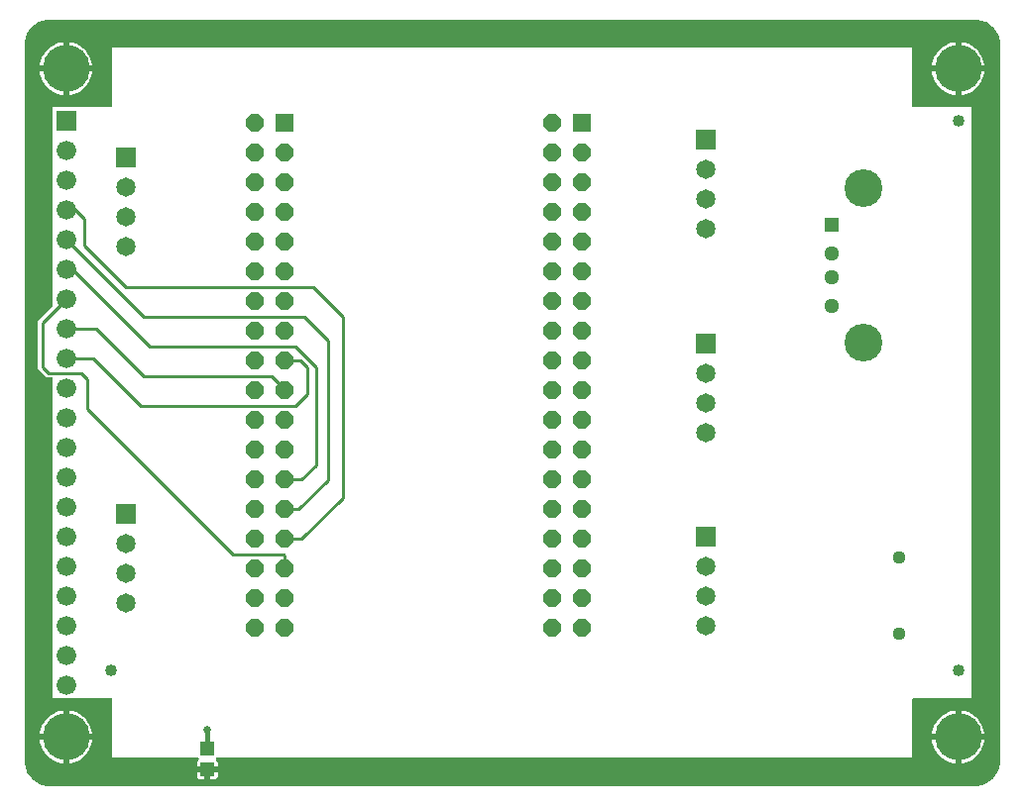
<source format=gbr>
G04 EAGLE Gerber RS-274X export*
G75*
%MOMM*%
%FSLAX34Y34*%
%LPD*%
%INTop Copper*%
%IPPOS*%
%AMOC8*
5,1,8,0,0,1.08239X$1,22.5*%
G01*
%ADD10R,1.524000X1.524000*%
%ADD11P,1.649562X8X292.500000*%
%ADD12C,1.120000*%
%ADD13R,1.651000X1.651000*%
%ADD14C,1.651000*%
%ADD15R,1.676400X1.676400*%
%ADD16C,1.676400*%
%ADD17C,4.016000*%
%ADD18R,1.288000X1.288000*%
%ADD19C,1.288000*%
%ADD20C,3.220000*%
%ADD21C,1.016000*%
%ADD22R,1.270000X1.143000*%
%ADD23C,0.381000*%
%ADD24C,0.654800*%
%ADD25C,0.254000*%

G36*
X835654Y633657D02*
X835654Y633657D01*
X835656Y633700D01*
X835634Y633814D01*
X835619Y633929D01*
X835603Y633969D01*
X835595Y634013D01*
X835568Y634069D01*
X835654Y635056D01*
X835654Y635077D01*
X835659Y635166D01*
X835659Y636415D01*
X835664Y636432D01*
X835670Y636532D01*
X835673Y636552D01*
X835672Y636565D01*
X835674Y636593D01*
X835674Y638755D01*
X835663Y638840D01*
X835662Y638925D01*
X835635Y639060D01*
X835634Y639070D01*
X835632Y639074D01*
X835631Y639083D01*
X833866Y645670D01*
X833812Y645801D01*
X833763Y645932D01*
X833750Y645954D01*
X833745Y645965D01*
X833734Y645981D01*
X833679Y646070D01*
X829768Y651656D01*
X829673Y651760D01*
X829582Y651867D01*
X829562Y651883D01*
X829554Y651892D01*
X829538Y651903D01*
X829456Y651968D01*
X823870Y655879D01*
X823745Y655945D01*
X823623Y656014D01*
X823599Y656022D01*
X823589Y656028D01*
X823569Y656032D01*
X823470Y656066D01*
X816883Y657831D01*
X816798Y657842D01*
X816715Y657864D01*
X816579Y657872D01*
X816568Y657874D01*
X816564Y657873D01*
X816555Y657874D01*
X814393Y657874D01*
X814294Y657861D01*
X814225Y657859D01*
X812966Y657859D01*
X812945Y657857D01*
X812856Y657854D01*
X811882Y657769D01*
X811882Y657770D01*
X811770Y657798D01*
X811660Y657835D01*
X811616Y657838D01*
X811574Y657849D01*
X811413Y657859D01*
X26787Y657859D01*
X26743Y657854D01*
X26700Y657856D01*
X26586Y657834D01*
X26471Y657819D01*
X26431Y657803D01*
X26387Y657795D01*
X26331Y657768D01*
X25344Y657854D01*
X25323Y657854D01*
X25234Y657859D01*
X23985Y657859D01*
X23968Y657864D01*
X23868Y657870D01*
X23848Y657873D01*
X23835Y657872D01*
X23807Y657874D01*
X21645Y657874D01*
X21560Y657863D01*
X21475Y657862D01*
X21340Y657835D01*
X21330Y657834D01*
X21326Y657832D01*
X21317Y657831D01*
X14730Y656066D01*
X14599Y656012D01*
X14468Y655963D01*
X14446Y655950D01*
X14435Y655945D01*
X14419Y655934D01*
X14330Y655879D01*
X8744Y651968D01*
X8640Y651873D01*
X8533Y651782D01*
X8517Y651762D01*
X8508Y651754D01*
X8497Y651738D01*
X8432Y651656D01*
X4521Y646070D01*
X4455Y645945D01*
X4386Y645823D01*
X4378Y645799D01*
X4372Y645789D01*
X4368Y645769D01*
X4334Y645670D01*
X2569Y639083D01*
X2558Y638998D01*
X2536Y638915D01*
X2528Y638779D01*
X2526Y638768D01*
X2527Y638764D01*
X2526Y638755D01*
X2526Y636593D01*
X2539Y636494D01*
X2541Y636425D01*
X2541Y635166D01*
X2543Y635145D01*
X2546Y635056D01*
X2631Y634082D01*
X2630Y634082D01*
X2602Y633970D01*
X2565Y633860D01*
X2562Y633816D01*
X2551Y633774D01*
X2541Y633613D01*
X2541Y26787D01*
X2546Y26743D01*
X2544Y26700D01*
X2566Y26586D01*
X2581Y26471D01*
X2597Y26431D01*
X2605Y26387D01*
X2632Y26331D01*
X2546Y25344D01*
X2546Y25323D01*
X2541Y25234D01*
X2541Y23985D01*
X2536Y23968D01*
X2530Y23868D01*
X2527Y23848D01*
X2528Y23835D01*
X2526Y23807D01*
X2526Y21645D01*
X2537Y21560D01*
X2538Y21475D01*
X2565Y21340D01*
X2566Y21330D01*
X2568Y21326D01*
X2569Y21317D01*
X4334Y14730D01*
X4388Y14599D01*
X4437Y14468D01*
X4450Y14446D01*
X4455Y14435D01*
X4466Y14419D01*
X4521Y14330D01*
X8432Y8744D01*
X8527Y8640D01*
X8618Y8533D01*
X8638Y8517D01*
X8646Y8508D01*
X8662Y8497D01*
X8744Y8432D01*
X14330Y4521D01*
X14455Y4455D01*
X14577Y4386D01*
X14601Y4378D01*
X14611Y4372D01*
X14631Y4368D01*
X14730Y4334D01*
X21317Y2569D01*
X21402Y2558D01*
X21485Y2536D01*
X21621Y2528D01*
X21632Y2526D01*
X21636Y2527D01*
X21645Y2526D01*
X23807Y2526D01*
X23906Y2539D01*
X23970Y2541D01*
X25234Y2541D01*
X25255Y2543D01*
X25344Y2546D01*
X26318Y2631D01*
X26318Y2630D01*
X26430Y2602D01*
X26540Y2565D01*
X26584Y2562D01*
X26626Y2551D01*
X26787Y2541D01*
X811413Y2541D01*
X811457Y2546D01*
X811500Y2544D01*
X811614Y2566D01*
X811729Y2581D01*
X811769Y2597D01*
X811813Y2605D01*
X811869Y2632D01*
X812856Y2546D01*
X812877Y2546D01*
X812966Y2541D01*
X814215Y2541D01*
X814232Y2536D01*
X814331Y2530D01*
X814351Y2527D01*
X814364Y2528D01*
X814393Y2526D01*
X816555Y2526D01*
X816640Y2537D01*
X816725Y2538D01*
X816860Y2565D01*
X816870Y2566D01*
X816874Y2568D01*
X816883Y2569D01*
X823470Y4334D01*
X823601Y4388D01*
X823732Y4437D01*
X823754Y4450D01*
X823765Y4455D01*
X823781Y4466D01*
X823870Y4521D01*
X829456Y8432D01*
X829560Y8527D01*
X829667Y8618D01*
X829683Y8638D01*
X829692Y8646D01*
X829703Y8662D01*
X829768Y8744D01*
X833679Y14330D01*
X833745Y14454D01*
X833814Y14577D01*
X833822Y14602D01*
X833828Y14611D01*
X833832Y14630D01*
X833866Y14730D01*
X835631Y21317D01*
X835642Y21402D01*
X835664Y21484D01*
X835672Y21621D01*
X835674Y21632D01*
X835673Y21636D01*
X835674Y21645D01*
X835674Y23807D01*
X835661Y23906D01*
X835659Y23975D01*
X835659Y25234D01*
X835657Y25255D01*
X835654Y25344D01*
X835569Y26318D01*
X835570Y26318D01*
X835598Y26430D01*
X835635Y26540D01*
X835638Y26584D01*
X835649Y26626D01*
X835659Y26787D01*
X835659Y633613D01*
X835654Y633657D01*
G37*
%LPC*%
G36*
X26654Y350638D02*
X26654Y350638D01*
X26647Y350757D01*
X26634Y350795D01*
X26629Y350836D01*
X26586Y350946D01*
X26549Y351059D01*
X26527Y351094D01*
X26512Y351131D01*
X26443Y351227D01*
X26379Y351328D01*
X26349Y351356D01*
X26326Y351389D01*
X26234Y351465D01*
X26147Y351546D01*
X26112Y351566D01*
X26081Y351591D01*
X25973Y351642D01*
X25869Y351700D01*
X25829Y351710D01*
X25793Y351727D01*
X25676Y351749D01*
X25561Y351779D01*
X25501Y351783D01*
X25481Y351787D01*
X25460Y351785D01*
X25400Y351789D01*
X21282Y351789D01*
X13969Y359102D01*
X13969Y400358D01*
X26298Y412687D01*
X26358Y412765D01*
X26426Y412837D01*
X26455Y412890D01*
X26492Y412938D01*
X26532Y413029D01*
X26580Y413116D01*
X26595Y413174D01*
X26619Y413230D01*
X26634Y413328D01*
X26659Y413423D01*
X26665Y413524D01*
X26669Y413544D01*
X26667Y413556D01*
X26669Y413584D01*
X26669Y582931D01*
X76200Y582931D01*
X76318Y582946D01*
X76437Y582953D01*
X76475Y582966D01*
X76516Y582971D01*
X76626Y583014D01*
X76739Y583051D01*
X76774Y583073D01*
X76811Y583088D01*
X76907Y583158D01*
X77008Y583221D01*
X77036Y583251D01*
X77069Y583274D01*
X77145Y583366D01*
X77226Y583453D01*
X77246Y583488D01*
X77271Y583519D01*
X77322Y583627D01*
X77380Y583731D01*
X77390Y583771D01*
X77407Y583807D01*
X77429Y583924D01*
X77459Y584039D01*
X77463Y584100D01*
X77467Y584120D01*
X77465Y584140D01*
X77469Y584200D01*
X77469Y633731D01*
X760731Y633731D01*
X760731Y584200D01*
X760746Y584082D01*
X760753Y583963D01*
X760766Y583925D01*
X760771Y583884D01*
X760814Y583774D01*
X760851Y583661D01*
X760873Y583626D01*
X760888Y583589D01*
X760958Y583493D01*
X761021Y583392D01*
X761051Y583364D01*
X761074Y583331D01*
X761166Y583256D01*
X761253Y583174D01*
X761288Y583154D01*
X761319Y583129D01*
X761427Y583078D01*
X761531Y583020D01*
X761571Y583010D01*
X761607Y582993D01*
X761724Y582971D01*
X761839Y582941D01*
X761900Y582937D01*
X761920Y582933D01*
X761940Y582935D01*
X762000Y582931D01*
X811531Y582931D01*
X811531Y77469D01*
X762000Y77469D01*
X761882Y77454D01*
X761763Y77447D01*
X761725Y77434D01*
X761684Y77429D01*
X761574Y77386D01*
X761461Y77349D01*
X761426Y77327D01*
X761389Y77312D01*
X761293Y77243D01*
X761192Y77179D01*
X761164Y77149D01*
X761131Y77126D01*
X761056Y77034D01*
X760974Y76947D01*
X760954Y76912D01*
X760929Y76881D01*
X760878Y76773D01*
X760820Y76669D01*
X760810Y76629D01*
X760793Y76593D01*
X760771Y76476D01*
X760741Y76361D01*
X760737Y76301D01*
X760733Y76281D01*
X760735Y76260D01*
X760731Y76200D01*
X760731Y26669D01*
X167313Y26669D01*
X167215Y26657D01*
X167115Y26654D01*
X167057Y26637D01*
X166998Y26629D01*
X166905Y26593D01*
X166810Y26565D01*
X166758Y26535D01*
X166702Y26512D01*
X166622Y26454D01*
X166536Y26404D01*
X166461Y26338D01*
X166445Y26326D01*
X166437Y26316D01*
X166415Y26297D01*
X166381Y26263D01*
X166304Y26164D01*
X166222Y26069D01*
X166215Y26054D01*
X166214Y26053D01*
X166212Y26047D01*
X166207Y26039D01*
X166187Y26012D01*
X166137Y25897D01*
X166081Y25784D01*
X166074Y25751D01*
X166060Y25720D01*
X166041Y25596D01*
X166015Y25473D01*
X166016Y25439D01*
X166011Y25406D01*
X166022Y25281D01*
X166028Y25156D01*
X166037Y25123D01*
X166041Y25089D01*
X166083Y24971D01*
X166119Y24851D01*
X166137Y24822D01*
X166148Y24790D01*
X166219Y24686D01*
X166284Y24579D01*
X166308Y24555D01*
X166327Y24527D01*
X166421Y24444D01*
X166511Y24356D01*
X166552Y24329D01*
X166566Y24317D01*
X166585Y24307D01*
X166645Y24267D01*
X166660Y24258D01*
X167133Y23785D01*
X167468Y23206D01*
X167641Y22559D01*
X167641Y19049D01*
X160020Y19049D01*
X159902Y19034D01*
X159783Y19027D01*
X159745Y19014D01*
X159705Y19009D01*
X159594Y18965D01*
X159481Y18929D01*
X159446Y18907D01*
X159409Y18892D01*
X159313Y18822D01*
X159212Y18759D01*
X159184Y18729D01*
X159152Y18705D01*
X159076Y18614D01*
X158994Y18527D01*
X158975Y18492D01*
X158949Y18460D01*
X158898Y18353D01*
X158841Y18249D01*
X158830Y18209D01*
X158813Y18173D01*
X158791Y18056D01*
X158761Y17941D01*
X158757Y17880D01*
X158753Y17860D01*
X158754Y17843D01*
X158753Y17838D01*
X158754Y17829D01*
X158751Y17780D01*
X158751Y16509D01*
X158749Y16509D01*
X158749Y17780D01*
X158734Y17898D01*
X158727Y18017D01*
X158714Y18055D01*
X158709Y18095D01*
X158665Y18206D01*
X158629Y18319D01*
X158607Y18354D01*
X158592Y18391D01*
X158522Y18487D01*
X158459Y18588D01*
X158429Y18616D01*
X158405Y18648D01*
X158314Y18724D01*
X158227Y18806D01*
X158192Y18825D01*
X158160Y18851D01*
X158053Y18902D01*
X157949Y18959D01*
X157909Y18970D01*
X157873Y18987D01*
X157756Y19009D01*
X157641Y19039D01*
X157580Y19043D01*
X157560Y19047D01*
X157540Y19045D01*
X157480Y19049D01*
X149859Y19049D01*
X149859Y22559D01*
X150032Y23206D01*
X150367Y23785D01*
X150840Y24258D01*
X150855Y24267D01*
X150955Y24343D01*
X151059Y24413D01*
X151082Y24439D01*
X151109Y24459D01*
X151187Y24557D01*
X151270Y24651D01*
X151285Y24682D01*
X151306Y24708D01*
X151357Y24823D01*
X151414Y24935D01*
X151422Y24968D01*
X151436Y24999D01*
X151457Y25122D01*
X151484Y25245D01*
X151483Y25279D01*
X151489Y25312D01*
X151478Y25437D01*
X151475Y25563D01*
X151465Y25595D01*
X151462Y25629D01*
X151421Y25748D01*
X151386Y25868D01*
X151369Y25898D01*
X151358Y25930D01*
X151289Y26034D01*
X151225Y26142D01*
X151197Y26174D01*
X151193Y26181D01*
X151189Y26185D01*
X151182Y26195D01*
X151166Y26209D01*
X151119Y26263D01*
X151085Y26297D01*
X151006Y26358D01*
X150934Y26426D01*
X150881Y26455D01*
X150834Y26492D01*
X150742Y26532D01*
X150655Y26580D01*
X150597Y26595D01*
X150542Y26619D01*
X150444Y26634D01*
X150348Y26659D01*
X150248Y26665D01*
X150228Y26669D01*
X150215Y26667D01*
X150187Y26669D01*
X77469Y26669D01*
X77469Y76200D01*
X77454Y76318D01*
X77447Y76437D01*
X77434Y76475D01*
X77429Y76516D01*
X77386Y76626D01*
X77349Y76739D01*
X77327Y76774D01*
X77312Y76811D01*
X77243Y76907D01*
X77179Y77008D01*
X77149Y77036D01*
X77126Y77069D01*
X77034Y77145D01*
X76947Y77226D01*
X76912Y77246D01*
X76881Y77271D01*
X76773Y77322D01*
X76669Y77380D01*
X76629Y77390D01*
X76593Y77407D01*
X76476Y77429D01*
X76361Y77459D01*
X76301Y77463D01*
X76281Y77467D01*
X76260Y77465D01*
X76200Y77469D01*
X26669Y77469D01*
X26669Y350520D01*
X26654Y350638D01*
G37*
%LPD*%
%LPC*%
G36*
X802639Y618489D02*
X802639Y618489D01*
X802639Y638428D01*
X803895Y638286D01*
X806372Y637721D01*
X808770Y636882D01*
X811059Y635779D01*
X813211Y634428D01*
X815197Y632844D01*
X816994Y631047D01*
X818578Y629061D01*
X819929Y626909D01*
X821032Y624620D01*
X821871Y622222D01*
X822436Y619745D01*
X822578Y618489D01*
X802639Y618489D01*
G37*
%LPD*%
%LPC*%
G36*
X802639Y46989D02*
X802639Y46989D01*
X802639Y66928D01*
X803895Y66786D01*
X806372Y66221D01*
X808770Y65382D01*
X811059Y64279D01*
X813211Y62928D01*
X815197Y61344D01*
X816994Y59547D01*
X818578Y57561D01*
X819929Y55409D01*
X821032Y53120D01*
X821871Y50722D01*
X822436Y48245D01*
X822578Y46989D01*
X802639Y46989D01*
G37*
%LPD*%
%LPC*%
G36*
X40639Y46989D02*
X40639Y46989D01*
X40639Y66928D01*
X41895Y66786D01*
X44372Y66221D01*
X46770Y65382D01*
X49059Y64279D01*
X51211Y62928D01*
X53197Y61344D01*
X54994Y59547D01*
X56578Y57561D01*
X57929Y55409D01*
X59032Y53120D01*
X59871Y50722D01*
X60436Y48245D01*
X60578Y46989D01*
X40639Y46989D01*
G37*
%LPD*%
%LPC*%
G36*
X40639Y618489D02*
X40639Y618489D01*
X40639Y638428D01*
X41895Y638286D01*
X44372Y637721D01*
X46770Y636882D01*
X49059Y635779D01*
X51211Y634428D01*
X53197Y632844D01*
X54994Y631047D01*
X56578Y629061D01*
X57929Y626909D01*
X59032Y624620D01*
X59871Y622222D01*
X60436Y619745D01*
X60578Y618489D01*
X40639Y618489D01*
G37*
%LPD*%
%LPC*%
G36*
X15622Y618489D02*
X15622Y618489D01*
X15764Y619745D01*
X16329Y622222D01*
X17168Y624620D01*
X18271Y626909D01*
X19622Y629061D01*
X21206Y631047D01*
X23003Y632844D01*
X24989Y634428D01*
X27141Y635779D01*
X29430Y636882D01*
X31828Y637721D01*
X34305Y638286D01*
X35561Y638428D01*
X35561Y618489D01*
X15622Y618489D01*
G37*
%LPD*%
%LPC*%
G36*
X777622Y46989D02*
X777622Y46989D01*
X777764Y48245D01*
X778329Y50722D01*
X779168Y53120D01*
X780271Y55409D01*
X781622Y57561D01*
X783206Y59547D01*
X785003Y61344D01*
X786989Y62928D01*
X789141Y64279D01*
X791430Y65382D01*
X793828Y66221D01*
X796305Y66786D01*
X797561Y66928D01*
X797561Y46989D01*
X777622Y46989D01*
G37*
%LPD*%
%LPC*%
G36*
X40639Y41911D02*
X40639Y41911D01*
X60578Y41911D01*
X60436Y40655D01*
X59871Y38178D01*
X59032Y35780D01*
X57929Y33491D01*
X56578Y31339D01*
X54994Y29353D01*
X53197Y27556D01*
X51211Y25972D01*
X49059Y24621D01*
X46770Y23518D01*
X44372Y22679D01*
X41895Y22114D01*
X40639Y21972D01*
X40639Y41911D01*
G37*
%LPD*%
%LPC*%
G36*
X15622Y46989D02*
X15622Y46989D01*
X15764Y48245D01*
X16329Y50722D01*
X17168Y53120D01*
X18271Y55409D01*
X19622Y57561D01*
X21206Y59547D01*
X23003Y61344D01*
X24989Y62928D01*
X27141Y64279D01*
X29430Y65382D01*
X31828Y66221D01*
X34305Y66786D01*
X35561Y66928D01*
X35561Y46989D01*
X15622Y46989D01*
G37*
%LPD*%
%LPC*%
G36*
X40639Y613411D02*
X40639Y613411D01*
X60578Y613411D01*
X60436Y612155D01*
X59871Y609678D01*
X59032Y607280D01*
X57929Y604991D01*
X56578Y602839D01*
X54994Y600853D01*
X53197Y599056D01*
X51211Y597472D01*
X49059Y596121D01*
X46770Y595018D01*
X44372Y594179D01*
X41895Y593614D01*
X40639Y593472D01*
X40639Y613411D01*
G37*
%LPD*%
%LPC*%
G36*
X802639Y613411D02*
X802639Y613411D01*
X822578Y613411D01*
X822436Y612155D01*
X821871Y609678D01*
X821032Y607280D01*
X819929Y604991D01*
X818578Y602839D01*
X816994Y600853D01*
X815197Y599056D01*
X813211Y597472D01*
X811059Y596121D01*
X808770Y595018D01*
X806372Y594179D01*
X803895Y593614D01*
X802639Y593472D01*
X802639Y613411D01*
G37*
%LPD*%
%LPC*%
G36*
X777622Y618489D02*
X777622Y618489D01*
X777764Y619745D01*
X778329Y622222D01*
X779168Y624620D01*
X780271Y626909D01*
X781622Y629061D01*
X783206Y631047D01*
X785003Y632844D01*
X786989Y634428D01*
X789141Y635779D01*
X791430Y636882D01*
X793828Y637721D01*
X796305Y638286D01*
X797561Y638428D01*
X797561Y618489D01*
X777622Y618489D01*
G37*
%LPD*%
%LPC*%
G36*
X802639Y41911D02*
X802639Y41911D01*
X822578Y41911D01*
X822436Y40655D01*
X821871Y38178D01*
X821032Y35780D01*
X819929Y33491D01*
X818578Y31339D01*
X816994Y29353D01*
X815197Y27556D01*
X813211Y25972D01*
X811059Y24621D01*
X808770Y23518D01*
X806372Y22679D01*
X803895Y22114D01*
X802639Y21972D01*
X802639Y41911D01*
G37*
%LPD*%
%LPC*%
G36*
X34305Y593614D02*
X34305Y593614D01*
X31828Y594179D01*
X29430Y595018D01*
X27141Y596121D01*
X24989Y597472D01*
X23003Y599056D01*
X21206Y600853D01*
X19622Y602839D01*
X18271Y604991D01*
X17168Y607280D01*
X16329Y609678D01*
X15764Y612155D01*
X15622Y613411D01*
X35561Y613411D01*
X35561Y593472D01*
X34305Y593614D01*
G37*
%LPD*%
%LPC*%
G36*
X796305Y22114D02*
X796305Y22114D01*
X793828Y22679D01*
X791430Y23518D01*
X789141Y24621D01*
X786989Y25972D01*
X785003Y27556D01*
X783206Y29353D01*
X781622Y31339D01*
X780271Y33491D01*
X779168Y35780D01*
X778329Y38178D01*
X777764Y40655D01*
X777622Y41911D01*
X797561Y41911D01*
X797561Y21972D01*
X796305Y22114D01*
G37*
%LPD*%
%LPC*%
G36*
X796305Y593614D02*
X796305Y593614D01*
X793828Y594179D01*
X791430Y595018D01*
X789141Y596121D01*
X786989Y597472D01*
X785003Y599056D01*
X783206Y600853D01*
X781622Y602839D01*
X780271Y604991D01*
X779168Y607280D01*
X778329Y609678D01*
X777764Y612155D01*
X777622Y613411D01*
X797561Y613411D01*
X797561Y593472D01*
X796305Y593614D01*
G37*
%LPD*%
%LPC*%
G36*
X34305Y22114D02*
X34305Y22114D01*
X31828Y22679D01*
X29430Y23518D01*
X27141Y24621D01*
X24989Y25972D01*
X23003Y27556D01*
X21206Y29353D01*
X19622Y31339D01*
X18271Y33491D01*
X17168Y35780D01*
X16329Y38178D01*
X15764Y40655D01*
X15622Y41911D01*
X35561Y41911D01*
X35561Y21972D01*
X34305Y22114D01*
G37*
%LPD*%
%LPC*%
G36*
X161289Y8254D02*
X161289Y8254D01*
X161289Y13971D01*
X167641Y13971D01*
X167641Y10461D01*
X167468Y9814D01*
X167133Y9235D01*
X166660Y8762D01*
X166081Y8427D01*
X165434Y8254D01*
X161289Y8254D01*
G37*
%LPD*%
%LPC*%
G36*
X152066Y8254D02*
X152066Y8254D01*
X151419Y8427D01*
X150840Y8762D01*
X150367Y9235D01*
X150032Y9814D01*
X149859Y10461D01*
X149859Y13971D01*
X156211Y13971D01*
X156211Y8254D01*
X152066Y8254D01*
G37*
%LPD*%
%LPC*%
G36*
X38099Y44449D02*
X38099Y44449D01*
X38099Y44451D01*
X38101Y44451D01*
X38101Y44449D01*
X38099Y44449D01*
G37*
%LPD*%
%LPC*%
G36*
X800099Y44449D02*
X800099Y44449D01*
X800099Y44451D01*
X800101Y44451D01*
X800101Y44449D01*
X800099Y44449D01*
G37*
%LPD*%
%LPC*%
G36*
X800099Y615949D02*
X800099Y615949D01*
X800099Y615951D01*
X800101Y615951D01*
X800101Y615949D01*
X800099Y615949D01*
G37*
%LPD*%
%LPC*%
G36*
X38099Y615949D02*
X38099Y615949D01*
X38099Y615951D01*
X38101Y615951D01*
X38101Y615949D01*
X38099Y615949D01*
G37*
%LPD*%
D10*
X479050Y569550D03*
D11*
X453650Y569550D03*
X479050Y544150D03*
X453650Y544150D03*
X479050Y518750D03*
X453650Y518750D03*
X479050Y493350D03*
X453650Y493350D03*
X479050Y467950D03*
X453650Y467950D03*
X479050Y442550D03*
X453650Y442550D03*
X479050Y417150D03*
X453650Y417150D03*
X479050Y391750D03*
X453650Y391750D03*
X479050Y366350D03*
X453650Y366350D03*
X479050Y340950D03*
X453650Y340950D03*
X479050Y315550D03*
X453650Y315550D03*
X479050Y290150D03*
X453650Y290150D03*
X479050Y264750D03*
X453650Y264750D03*
X479050Y239350D03*
X453650Y239350D03*
X479050Y213950D03*
X453650Y213950D03*
X479050Y188550D03*
X453650Y188550D03*
X479050Y163150D03*
X453650Y163150D03*
X479050Y137750D03*
X453650Y137750D03*
D10*
X225050Y569550D03*
D11*
X199650Y569550D03*
X225050Y544150D03*
X199650Y544150D03*
X225050Y518750D03*
X199650Y518750D03*
X225050Y493350D03*
X199650Y493350D03*
X225050Y467950D03*
X199650Y467950D03*
X225050Y442550D03*
X199650Y442550D03*
X225050Y417150D03*
X199650Y417150D03*
X225050Y391750D03*
X199650Y391750D03*
X225050Y366350D03*
X199650Y366350D03*
X225050Y340950D03*
X199650Y340950D03*
X225050Y315550D03*
X199650Y315550D03*
X225050Y290150D03*
X199650Y290150D03*
X225050Y264750D03*
X199650Y264750D03*
X225050Y239350D03*
X199650Y239350D03*
X225050Y213950D03*
X199650Y213950D03*
X225050Y188550D03*
X199650Y188550D03*
X225050Y163150D03*
X199650Y163150D03*
X225050Y137750D03*
X199650Y137750D03*
D12*
X749300Y197600D03*
X749300Y132600D03*
D13*
X584200Y554990D03*
D14*
X584200Y529590D03*
X584200Y504190D03*
X584200Y478790D03*
D15*
X38100Y571500D03*
D16*
X38100Y546100D03*
X38100Y520700D03*
X38100Y495300D03*
X38100Y469900D03*
X38100Y444500D03*
X38100Y419100D03*
X38100Y393700D03*
X38100Y368300D03*
X38100Y342900D03*
X38100Y317500D03*
X38100Y292100D03*
X38100Y266700D03*
X38100Y241300D03*
X38100Y215900D03*
X38100Y190500D03*
X38100Y165100D03*
X38100Y139700D03*
X38100Y114300D03*
X38100Y88900D03*
D17*
X38100Y615950D03*
X38100Y44450D03*
X800100Y615950D03*
X800100Y44450D03*
D18*
X692150Y482600D03*
D19*
X692150Y457600D03*
X692150Y437600D03*
X692150Y412600D03*
D20*
X719250Y513300D03*
X719250Y381900D03*
D13*
X584200Y381000D03*
D14*
X584200Y355600D03*
X584200Y330200D03*
X584200Y304800D03*
D13*
X584200Y215900D03*
D14*
X584200Y190500D03*
X584200Y165100D03*
X584200Y139700D03*
D13*
X88900Y539750D03*
D14*
X88900Y514350D03*
X88900Y488950D03*
X88900Y463550D03*
D13*
X88900Y234950D03*
D14*
X88900Y209550D03*
X88900Y184150D03*
X88900Y158750D03*
D21*
X800100Y571500D03*
X800100Y101600D03*
X76200Y101600D03*
D22*
X158750Y34290D03*
X158750Y16510D03*
D23*
X158750Y34290D02*
X158750Y50800D01*
D24*
X158750Y50800D03*
D25*
X60960Y368300D02*
X38100Y368300D01*
X60960Y368300D02*
X101600Y327660D01*
X233680Y327660D01*
X243840Y337820D01*
X243840Y360680D01*
X238170Y366350D01*
X225050Y366350D01*
X63500Y393700D02*
X38100Y393700D01*
X104140Y353060D02*
X213360Y353060D01*
X225050Y341370D01*
X225050Y340950D01*
X104140Y353060D02*
X63500Y393700D01*
X233680Y378460D02*
X251460Y360680D01*
X43180Y444500D02*
X38100Y444500D01*
X109220Y378460D02*
X233680Y378460D01*
X109220Y378460D02*
X43180Y444500D01*
X225050Y264750D02*
X239350Y264750D01*
X251460Y276860D01*
X251460Y360680D01*
X104140Y403860D02*
X38100Y469900D01*
X261620Y383540D02*
X261620Y264160D01*
X261620Y383540D02*
X241300Y403860D01*
X104140Y403860D01*
X225050Y239350D02*
X236810Y239350D01*
X261620Y264160D01*
X274320Y248920D02*
X274320Y403860D01*
X248920Y429260D01*
X88900Y429260D01*
X53340Y464820D01*
X53340Y487680D01*
X45720Y495300D01*
X38100Y495300D01*
X225050Y213950D02*
X239350Y213950D01*
X274320Y248920D01*
X225050Y199130D02*
X225050Y188550D01*
X225050Y199130D02*
X223520Y200660D01*
X180340Y200660D01*
X55880Y325120D01*
X55880Y350520D02*
X50800Y355600D01*
X22860Y355600D01*
X17780Y360680D01*
X17780Y398780D01*
X38100Y419100D01*
X55880Y350520D02*
X55880Y325120D01*
M02*

</source>
